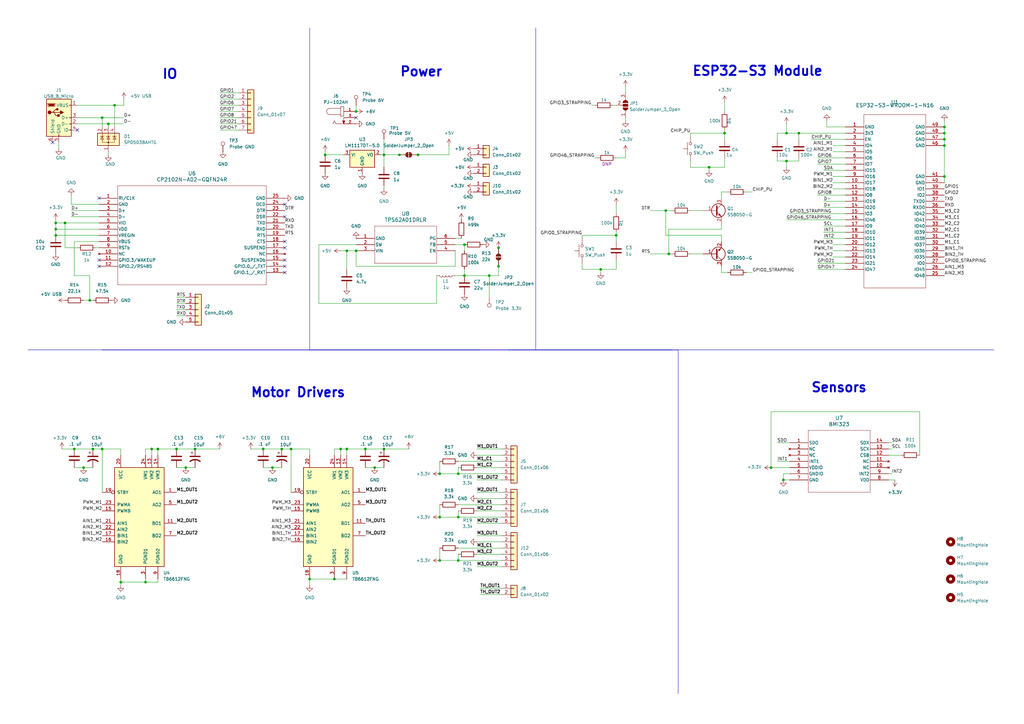
<source format=kicad_sch>
(kicad_sch (version 20231120) (generator "eeschema") (generator_version "8.0")
  (paper "A3")
  (title_block (title "Portable Plotter Robot Circuit Schematic") (date "2024-11-12") (rev "4") (company "ECE 445"))
  (junction (at 22.86 93.98))
  (junction (at 322.58 66.04))
  (junction (at 246.38 110.49))
  (junction (at 59.69 238.76))
  (junction (at 111.76 191.77))
  (junction (at 153.67 191.77))
  (junction (at 41.91 184.15))
  (junction (at 49.53 238.76))
  (junction (at 34.29 191.77))
  (junction (at 387.35 72.39))
  (junction (at 149.86 184.15))
  (junction (at 44.45 50.8))
  (junction (at 115.57 184.15))
  (junction (at 146.05 45.72))
  (junction (at 30.48 184.15))
  (junction (at 142.24 184.15))
  (junction (at 187.96 194.31))
  (junction (at 316.23 191.77))
  (junction (at 72.39 184.15))
  (junction (at 387.35 52.07))
  (junction (at 273.05 86.36))
  (junction (at 180.34 194.31))
  (junction (at 190.5 113.03))
  (junction (at 119.38 184.15))
  (junction (at 163.83 63.5))
  (junction (at 204.47 101.6))
  (junction (at 171.45 63.5))
  (junction (at 38.1 184.15))
  (junction (at 36.83 123.19))
  (junction (at 252.73 96.52))
  (junction (at 107.95 184.15))
  (junction (at 327.66 54.61))
  (junction (at 46.99 43.18))
  (junction (at 133.35 63.5))
  (junction (at 180.34 229.87))
  (junction (at 321.31 196.85))
  (junction (at 187.96 212.09))
  (junction (at 22.86 91.44))
  (junction (at 41.91 48.26))
  (junction (at 204.47 109.22))
  (junction (at 139.7 184.15))
  (junction (at 387.35 54.61))
  (junction (at 187.96 229.87))
  (junction (at 190.5 100.33))
  (junction (at 62.23 184.15))
  (junction (at 26.67 91.44))
  (junction (at 322.58 54.61))
  (junction (at 142.24 102.87))
  (junction (at 137.16 237.49))
  (junction (at 387.35 59.69))
  (junction (at 274.32 104.14))
  (junction (at 297.18 54.61))
  (junction (at 80.01 184.15))
  (junction (at 180.34 212.09))
  (junction (at 127 237.49))
  (junction (at 157.48 63.5))
  (junction (at 64.77 184.15))
  (junction (at 157.48 184.15))
  (junction (at 146.05 102.87))
  (junction (at 200.66 113.03))
  (junction (at 290.83 68.58))
  (junction (at 76.2 191.77))
  (junction (at 387.35 57.15))
  (junction (at 22.86 96.52))
  (no_connect (at 146.05 48.26))
  (no_connect (at 40.64 109.22))
  (no_connect (at 116.84 109.22))
  (no_connect (at 31.75 53.34))
  (no_connect (at 116.84 111.76))
  (no_connect (at 40.64 106.68))
  (no_connect (at 116.84 83.82))
  (no_connect (at 40.64 81.28))
  (no_connect (at 116.84 99.06))
  (no_connect (at 116.84 88.9))
  (no_connect (at 21.59 58.42))
  (no_connect (at 116.84 101.6))
  (no_connect (at 116.84 106.68))
  (wire (pts (xy 195.58 214.63) (xy 205.74 214.63)))
  (wire (pts (xy 204.47 113.03) (xy 204.47 109.22)))
  (wire (pts (xy 318.77 54.61) (xy 322.58 54.61)))
  (wire (pts (xy 90.17 53.34) (xy 97.79 53.34)))
  (wire (pts (xy 111.76 191.77) (xy 115.57 191.77)))
  (wire (pts (xy 190.5 113.03) (xy 186.69 113.03)))
  (wire (pts (xy 90.17 50.8) (xy 97.79 50.8)))
  (wire (pts (xy 295.91 111.76) (xy 298.45 111.76)))
  (wire (pts (xy 49.53 238.76) (xy 59.69 238.76)))
  (wire (pts (xy 107.95 191.77) (xy 111.76 191.77)))
  (wire (pts (xy 146.05 100.33) (xy 130.81 100.33)))
  (wire (pts (xy 295.91 99.06) (xy 295.91 96.52)))
  (wire (pts (xy 306.07 78.74) (xy 308.61 78.74)))
  (wire (pts (xy 316.23 168.91) (xy 377.19 168.91)))
  (wire (pts (xy 346.71 52.07) (xy 339.09 52.07)))
  (wire (pts (xy 337.82 82.55) (xy 346.71 82.55)))
  (wire (pts (xy 346.71 102.87) (xy 341.63 102.87)))
  (wire (pts (xy 364.49 181.61) (xy 365.76 181.61)))
  (wire (pts (xy 337.82 85.09) (xy 346.71 85.09)))
  (wire (pts (xy 332.74 57.15) (xy 346.71 57.15)))
  (wire (pts (xy 190.5 110.49) (xy 190.5 113.03)))
  (wire (pts (xy 323.85 194.31) (xy 321.31 194.31)))
  (wire (pts (xy 335.28 64.77) (xy 346.71 64.77)))
  (wire (pts (xy 273.05 96.52) (xy 273.05 86.36)))
  (wire (pts (xy 321.31 194.31) (xy 321.31 196.85)))
  (wire (pts (xy 186.69 100.33) (xy 190.5 100.33)))
  (wire (pts (xy 22.86 91.44) (xy 26.67 91.44)))
  (wire (pts (xy 335.28 107.95) (xy 346.71 107.95)))
  (wire (pts (xy 31.75 50.8) (xy 44.45 50.8)))
  (wire (pts (xy 142.24 184.15) (xy 142.24 186.69)))
  (wire (pts (xy 139.7 184.15) (xy 139.7 186.69)))
  (wire (pts (xy 72.39 184.15) (xy 80.01 184.15)))
  (wire (pts (xy 327.66 54.61) (xy 327.66 57.15)))
  (wire (pts (xy 119.38 184.15) (xy 127 184.15)))
  (wire (pts (xy 387.35 52.07) (xy 387.35 54.61)))
  (wire (pts (xy 346.71 62.23) (xy 341.63 62.23)))
  (wire (pts (xy 297.18 41.91) (xy 297.18 45.72)))
  (wire (pts (xy 306.07 111.76) (xy 308.61 111.76)))
  (wire (pts (xy 64.77 238.76) (xy 64.77 237.49)))
  (wire (pts (xy 387.35 57.15) (xy 387.35 59.69)))
  (wire (pts (xy 26.67 91.44) (xy 40.64 91.44)))
  (wire (pts (xy 46.99 43.18) (xy 46.99 52.07)))
  (wire (pts (xy 298.45 78.74) (xy 295.91 78.74)))
  (wire (pts (xy 127 237.49) (xy 137.16 237.49)))
  (wire (pts (xy 157.48 63.5) (xy 157.48 68.58)))
  (wire (pts (xy 283.21 104.14) (xy 288.29 104.14)))
  (wire (pts (xy 337.82 97.79) (xy 346.71 97.79)))
  (wire (pts (xy 72.39 127) (xy 76.2 127)))
  (wire (pts (xy 62.23 184.15) (xy 64.77 184.15)))
  (wire (pts (xy 387.35 54.61) (xy 387.35 57.15)))
  (wire (pts (xy 59.69 238.76) (xy 64.77 238.76)))
  (wire (pts (xy 62.23 184.15) (xy 62.23 186.69)))
  (wire (pts (xy 256.54 48.26) (xy 256.54 49.53)))
  (wire (pts (xy 256.54 35.56) (xy 256.54 38.1)))
  (wire (pts (xy 22.86 91.44) (xy 22.86 93.98)))
  (wire (pts (xy 256.54 62.23) (xy 256.54 64.77)))
  (polyline (pts (xy 41.91 143.51) (xy 196.85 143.51)))
  (wire (pts (xy 195.58 201.93) (xy 205.74 201.93)))
  (wire (pts (xy 242.57 43.18) (xy 243.84 43.18)))
  (wire (pts (xy 90.17 45.72) (xy 97.79 45.72)))
  (wire (pts (xy 130.81 100.33) (xy 130.81 124.46)))
  (wire (pts (xy 387.35 72.39) (xy 387.35 74.93)))
  (wire (pts (xy 346.71 74.93) (xy 341.63 74.93)))
  (wire (pts (xy 364.49 184.15) (xy 365.76 184.15)))
  (wire (pts (xy 90.17 38.1) (xy 97.79 38.1)))
  (wire (pts (xy 49.53 237.49) (xy 49.53 238.76)))
  (wire (pts (xy 297.18 54.61) (xy 297.18 57.15)))
  (wire (pts (xy 34.29 123.19) (xy 36.83 123.19)))
  (wire (pts (xy 26.67 101.6) (xy 31.75 101.6)))
  (wire (pts (xy 22.86 93.98) (xy 40.64 93.98)))
  (wire (pts (xy 266.7 104.14) (xy 274.32 104.14)))
  (wire (pts (xy 337.82 92.71) (xy 346.71 92.71)))
  (wire (pts (xy 44.45 62.23) (xy 44.45 63.5)))
  (wire (pts (xy 41.91 48.26) (xy 41.91 52.07)))
  (wire (pts (xy 195.58 219.71) (xy 205.74 219.71)))
  (wire (pts (xy 195.58 204.47) (xy 205.74 204.47)))
  (wire (pts (xy 31.75 48.26) (xy 41.91 48.26)))
  (wire (pts (xy 187.96 209.55) (xy 187.96 212.09)))
  (wire (pts (xy 187.96 229.87) (xy 205.74 229.87)))
  (wire (pts (xy 243.84 64.77) (xy 245.11 64.77)))
  (wire (pts (xy 187.96 224.79) (xy 205.74 224.79)))
  (wire (pts (xy 327.66 54.61) (xy 346.71 54.61)))
  (wire (pts (xy 297.18 68.58) (xy 290.83 68.58)))
  (wire (pts (xy 72.39 124.46) (xy 76.2 124.46)))
  (wire (pts (xy 335.28 80.01) (xy 346.71 80.01)))
  (wire (pts (xy 186.69 109.22) (xy 186.69 102.87)))
  (wire (pts (xy 195.58 222.25) (xy 205.74 222.25)))
  (wire (pts (xy 171.45 63.5) (xy 184.15 63.5)))
  (wire (pts (xy 364.49 196.85) (xy 367.03 196.85)))
  (wire (pts (xy 346.71 100.33) (xy 341.63 100.33)))
  (wire (pts (xy 36.83 123.19) (xy 38.1 123.19)))
  (wire (pts (xy 72.39 129.54) (xy 76.2 129.54)))
  (wire (pts (xy 59.69 184.15) (xy 62.23 184.15)))
  (wire (pts (xy 187.96 194.31) (xy 205.74 194.31)))
  (wire (pts (xy 283.21 68.58) (xy 290.83 68.58)))
  (wire (pts (xy 364.49 194.31) (xy 365.76 194.31)))
  (wire (pts (xy 130.81 124.46) (xy 179.07 124.46)))
  (wire (pts (xy 322.58 90.17) (xy 346.71 90.17)))
  (wire (pts (xy 29.21 80.01) (xy 29.21 83.82)))
  (wire (pts (xy 190.5 100.33) (xy 190.5 102.87)))
  (wire (pts (xy 72.39 121.92) (xy 76.2 121.92)))
  (wire (pts (xy 238.76 97.79) (xy 238.76 96.52)))
  (wire (pts (xy 38.1 184.15) (xy 41.91 184.15)))
  (wire (pts (xy 22.86 90.17) (xy 22.86 91.44)))
  (wire (pts (xy 283.21 55.88) (xy 283.21 54.61)))
  (wire (pts (xy 156.21 63.5) (xy 157.48 63.5)))
  (wire (pts (xy 252.73 64.77) (xy 256.54 64.77)))
  (wire (pts (xy 273.05 86.36) (xy 275.59 86.36)))
  (wire (pts (xy 180.34 229.87) (xy 187.96 229.87)))
  (wire (pts (xy 29.21 86.36) (xy 40.64 86.36)))
  (wire (pts (xy 283.21 66.04) (xy 283.21 68.58)))
  (wire (pts (xy 107.95 184.15) (xy 115.57 184.15)))
  (wire (pts (xy 59.69 184.15) (xy 59.69 186.69)))
  (wire (pts (xy 180.34 189.23) (xy 180.34 194.31)))
  (wire (pts (xy 115.57 184.15) (xy 119.38 184.15)))
  (wire (pts (xy 44.45 50.8) (xy 50.8 50.8)))
  (wire (pts (xy 80.01 184.15) (xy 90.17 184.15)))
  (wire (pts (xy 157.48 63.5) (xy 163.83 63.5)))
  (wire (pts (xy 30.48 191.77) (xy 34.29 191.77)))
  (wire (pts (xy 335.28 67.31) (xy 346.71 67.31)))
  (wire (pts (xy 49.53 238.76) (xy 49.53 240.03)))
  (wire (pts (xy 195.58 191.77) (xy 205.74 191.77)))
  (wire (pts (xy 195.58 196.85) (xy 205.74 196.85)))
  (wire (pts (xy 29.21 88.9) (xy 40.64 88.9)))
  (wire (pts (xy 180.34 212.09) (xy 187.96 212.09)))
  (wire (pts (xy 339.09 52.07) (xy 339.09 49.53)))
  (wire (pts (xy 252.73 95.25) (xy 252.73 96.52)))
  (wire (pts (xy 283.21 86.36) (xy 288.29 86.36)))
  (wire (pts (xy 322.58 50.8) (xy 322.58 54.61)))
  (wire (pts (xy 187.96 207.01) (xy 205.74 207.01)))
  (wire (pts (xy 137.16 237.49) (xy 142.24 237.49)))
  (wire (pts (xy 149.86 191.77) (xy 153.67 191.77)))
  (wire (pts (xy 186.69 97.79) (xy 189.23 97.79)))
  (wire (pts (xy 238.76 96.52) (xy 252.73 96.52)))
  (polyline (pts (xy 278.13 143.51) (xy 208.28 143.51)))
  (wire (pts (xy 346.71 72.39) (xy 341.63 72.39)))
  (wire (pts (xy 195.58 232.41) (xy 205.74 232.41)))
  (polyline (pts (xy 278.13 143.51) (xy 278.13 284.48)))
  (polyline (pts (xy 127 11.43) (xy 127 143.51)))
  (polyline (pts (xy 219.71 11.43) (xy 219.71 143.51)))
  (wire (pts (xy 318.77 181.61) (xy 323.85 181.61)))
  (wire (pts (xy 377.19 168.91) (xy 377.19 186.69)))
  (wire (pts (xy 266.7 86.36) (xy 273.05 86.36)))
  (wire (pts (xy 295.91 78.74) (xy 295.91 81.28)))
  (wire (pts (xy 26.67 101.6) (xy 26.67 91.44)))
  (wire (pts (xy 274.32 104.14) (xy 275.59 104.14)))
  (wire (pts (xy 137.16 184.15) (xy 139.7 184.15)))
  (wire (pts (xy 316.23 191.77) (xy 316.23 168.91)))
  (wire (pts (xy 200.66 113.03) (xy 204.47 113.03)))
  (wire (pts (xy 195.58 209.55) (xy 205.74 209.55)))
  (wire (pts (xy 90.17 40.64) (xy 97.79 40.64)))
  (wire (pts (xy 76.2 191.77) (xy 80.01 191.77)))
  (wire (pts (xy 238.76 110.49) (xy 246.38 110.49)))
  (wire (pts (xy 30.48 113.03) (xy 30.48 99.06)))
  (wire (pts (xy 346.71 77.47) (xy 341.63 77.47)))
  (wire (pts (xy 295.91 93.98) (xy 274.32 93.98)))
  (wire (pts (xy 252.73 83.82) (xy 252.73 87.63)))
  (wire (pts (xy 30.48 184.15) (xy 38.1 184.15)))
  (wire (pts (xy 187.96 191.77) (xy 187.96 194.31)))
  (wire (pts (xy 22.86 93.98) (xy 22.86 96.52)))
  (polyline (pts (xy 127 143.51) (xy 275.59 143.51)))
  (wire (pts (xy 187.96 212.09) (xy 205.74 212.09)))
  (wire (pts (xy 297.18 53.34) (xy 297.18 54.61)))
  (wire (pts (xy 49.53 184.15) (xy 49.53 186.69)))
  (wire (pts (xy 252.73 106.68) (xy 252.73 110.49)))
  (wire (pts (xy 149.86 184.15) (xy 157.48 184.15)))
  (wire (pts (xy 322.58 66.04) (xy 327.66 66.04)))
  (wire (pts (xy 142.24 102.87) (xy 146.05 102.87)))
  (wire (pts (xy 39.37 101.6) (xy 40.64 101.6)))
  (wire (pts (xy 180.34 224.79) (xy 180.34 229.87)))
  (wire (pts (xy 180.34 207.01) (xy 180.34 212.09)))
  (wire (pts (xy 41.91 48.26) (xy 50.8 48.26)))
  (wire (pts (xy 36.83 113.03) (xy 36.83 123.19)))
  (wire (pts (xy 346.71 59.69) (xy 341.63 59.69)))
  (wire (pts (xy 50.8 40.64) (xy 50.8 43.18)))
  (wire (pts (xy 187.96 189.23) (xy 205.74 189.23)))
  (wire (pts (xy 200.66 113.03) (xy 200.66 121.92)))
  (wire (pts (xy 323.85 191.77) (xy 316.23 191.77)))
  (wire (pts (xy 337.82 95.25) (xy 346.71 95.25)))
  (wire (pts (xy 146.05 43.18) (xy 146.05 45.72)))
  (wire (pts (xy 252.73 96.52) (xy 252.73 99.06)))
  (wire (pts (xy 290.83 68.58) (xy 290.83 69.85)))
  (wire (pts (xy 139.7 184.15) (xy 142.24 184.15)))
  (wire (pts (xy 133.35 62.23) (xy 133.35 63.5)))
  (wire (pts (xy 153.67 191.77) (xy 157.48 191.77)))
  (wire (pts (xy 195.58 184.15) (xy 205.74 184.15)))
  (wire (pts (xy 295.91 91.44) (xy 295.91 93.98)))
  (wire (pts (xy 251.46 43.18) (xy 252.73 43.18)))
  (wire (pts (xy 90.17 43.18) (xy 97.79 43.18)))
  (wire (pts (xy 252.73 110.49) (xy 246.38 110.49)))
  (wire (pts (xy 59.69 237.49) (xy 59.69 238.76)))
  (wire (pts (xy 238.76 107.95) (xy 238.76 110.49)))
  (wire (pts (xy 318.77 189.23) (xy 323.85 189.23)))
  (wire (pts (xy 64.77 184.15) (xy 72.39 184.15)))
  (wire (pts (xy 283.21 54.61) (xy 297.18 54.61)))
  (wire (pts (xy 180.34 194.31) (xy 187.96 194.31)))
  (wire (pts (xy 327.66 64.77) (xy 327.66 66.04)))
  (wire (pts (xy 322.58 54.61) (xy 327.66 54.61)))
  (wire (pts (xy 119.38 184.15) (xy 119.38 201.93)))
  (wire (pts (xy 184.15 59.69) (xy 184.15 63.5)))
  (wire (pts (xy 24.13 58.42) (xy 24.13 60.96)))
  (wire (pts (xy 295.91 96.52) (xy 273.05 96.52)))
  (wire (pts (xy 187.96 227.33) (xy 187.96 229.87)))
  (wire (pts (xy 318.77 66.04) (xy 322.58 66.04)))
  (wire (pts (xy 364.49 186.69) (xy 369.57 186.69)))
  (wire (pts (xy 64.77 184.15) (xy 64.77 186.69)))
  (wire (pts (xy 387.35 59.69) (xy 387.35 72.39)))
  (wire (pts (xy 30.48 113.03) (xy 36.83 113.03)))
  (wire (pts (xy 142.24 102.87) (xy 142.24 110.49)))
  (wire (pts (xy 44.45 50.8) (xy 44.45 52.07)))
  (wire (pts (xy 295.91 109.22) (xy 295.91 111.76)))
  (wire (pts (xy 41.91 184.15) (xy 41.91 201.93)))
  (wire (pts (xy 137.16 184.15) (xy 137.16 186.69)))
  (wire (pts (xy 196.85 241.3) (xy 205.74 241.3)))
  (wire (pts (xy 72.39 191.77) (xy 76.2 191.77)))
  (wire (pts (xy 321.31 196.85) (xy 323.85 196.85)))
  (wire (pts (xy 246.38 110.49) (xy 246.38 111.76)))
  (wire (pts (xy 387.35 49.53) (xy 387.35 52.07)))
  (wire (pts (xy 179.07 124.46) (xy 179.07 113.03)))
  (wire (pts (xy 274.32 93.98) (xy 274.32 104.14)))
  (wire (pts (xy 127 184.15) (xy 127 186.69)))
  (wire (pts (xy 163.83 63.5) (xy 171.45 63.5)))
  (wire (pts (xy 133.35 63.5) (xy 140.97 63.5)))
  (wire (pts (xy 142.24 184.15) (xy 149.86 184.15)))
  (wire (pts (xy 22.86 96.52) (xy 40.64 96.52)))
  (wire (pts (xy 322.58 66.04) (xy 322.58 68.58)))
  (wire (pts (xy 195.58 227.33) (xy 205.74 227.33)))
  (wire (pts (xy 25.4 184.15) (xy 30.48 184.15)))
  (wire (pts (xy 346.71 105.41) (xy 341.63 105.41)))
  (wire (pts (xy 30.48 99.06) (xy 40.64 99.06)))
  (wire (pts (xy 157.48 76.2) (xy 157.48 77.47)))
  (wire (pts (xy 29.21 83.82) (xy 40.64 83.82)))
  (wire (pts (xy 146.05 109.22) (xy 186.69 109.22)))
  (wire (pts (xy 190.5 113.03) (xy 200.66 113.03)))
  (wire (pts (xy 318.77 64.77) (xy 318.77 66.04)))
  (wire (pts (xy 31.75 43.18) (xy 46.99 43.18)))
  (wire (pts (xy 323.85 87.63) (xy 346.71 87.63)))
  (wire (pts (xy 204.47 101.6) (xy 204.47 109.22)))
  (wire (pts (xy 335.28 110.49) (xy 346.71 110.49)))
  (wire (pts (xy 146.05 102.87) (xy 146.05 109.22)))
  (wire (pts (xy 139.7 102.87) (xy 142.24 102.87)))
  (wire (pts (xy 34.29 191.77) (xy 38.1 191.77)))
  (wire (pts (xy 127 237.49) (xy 127 240.03)))
  (wire (pts (xy 195.58 186.69) (xy 205.74 186.69)))
  (wire (pts (xy 46.99 43.18) (xy 50.8 43.18)))
  (wire (pts (xy 41.91 184.15) (xy 49.53 184.15)))
  (polyline (pts (xy 11.43 143.51) (xy 407.67 143.51)))
  (wire (pts (xy 157.48 184.15) (xy 167.64 184.15)))
  (wire (pts (xy 337.82 69.85) (xy 346.71 69.85)))
  (wire (pts (xy 90.17 48.26) (xy 97.79 48.26)))
  (wire (pts (xy 318.77 57.15) (xy 318.77 54.61)))
  (wire (pts (xy 297.18 64.77) (xy 297.18 68.58)))
  (wire (pts (xy 157.48 57.15) (xy 157.48 63.5)))
  (wire (pts (xy 102.87 184.15) (xy 107.95 184.15)))
  (wire (pts (xy 196.85 243.84) (xy 205.74 243.84)))
  (text "Power" (at 163.83 31.75 0) (effects (font (size 3.81 3.81) (thickness 0.762) (bold yes)) (justify left bottom)))
  (text "IO" (at 66.294 32.766 0) (effects (font (size 3.81 3.81) (thickness 0.762) (bold yes)) (justify left bottom)))
  (text "Sensors" (at 332.486 161.29 0) (effects (font (size 3.81 3.81) (thickness 0.762) (bold yes)) (justify left bottom)))
  (text "Motor Drivers\n" (at 102.616 163.322 0) (effects (font (size 3.81 3.81) (thickness 0.762) (bold yes)) (justify left bottom)))
  (text "ESP32-S3 Module" (at 283.718 31.496 0) (effects (font (size 3.81 3.81) (thickness 0.762) (bold yes)) (justify left bottom)))
  (label "M2_OUT1" (at 195.58 201.93 0) (effects (font (bold yes))))
  (label "INT1" (at 337.82 95.25 0))
  (label "GPIO7" (at 335.28 67.31 0))
  (label "M2_OUT2" (at 72.39 219.71 0) (effects (font (bold yes))))
  (label "DTR" (at 266.7 86.36 180))
  (label "RTS" (at 266.7 104.14 180))
  (label "GPIO46_STRAPPING" (at 322.58 90.17 0))
  (label "GPIO1" (at 90.17 38.1 0))
  (label "CHIP_PU" (at 308.61 78.74 0))
  (label "SCL" (at 365.76 184.15 0))
  (label "TH_OUT1" (at 149.86 214.63 0) (effects (font (bold yes))))
  (label "GPIO21" (at 90.17 50.8 0))
  (label "PWM_M3" (at 341.63 100.33 180))
  (label "BIN1_TH" (at 387.35 102.87 0))
  (label "GPIO6" (at 90.17 43.18 0))
  (label "M1_OUT2" (at 72.39 207.01 0) (effects (font (bold yes))))
  (label "PWM_M3" (at 119.38 207.01 180))
  (label "D-" (at 337.82 82.55 0))
  (label "GPIO7" (at 90.17 45.72 0))
  (label "M3_C1" (at 387.35 90.17 0) (effects (font (thickness 0.1588))))
  (label "GPIO2" (at 90.17 40.64 0))
  (label "RXD" (at 72.39 129.54 0))
  (label "DTR" (at 116.84 86.36 0))
  (label "D+" (at 50.8 48.26 0))
  (label "AIN1_M1" (at 341.63 59.69 180))
  (label "BIN1_M2" (at 41.91 219.71 180))
  (label "TXD" (at 387.35 82.55 0))
  (label "D+" (at 29.21 86.36 0))
  (label "GPIO47" (at 90.17 53.34 0))
  (label "GPIO3_STRAPPING" (at 242.57 43.18 180))
  (label "BIN2_M2" (at 41.91 222.25 180))
  (label "RTS" (at 116.84 96.52 0))
  (label "D-" (at 50.8 50.8 0))
  (label "M1_C1" (at 387.35 100.33 0) (effects (font (thickness 0.1588))))
  (label "CHIP_PU" (at 283.21 54.61 180))
  (label "M3_C2" (at 387.35 87.63 0) (effects (font (thickness 0.1588))))
  (label "TXD" (at 72.39 127 0))
  (label "RXD" (at 387.35 85.09 0))
  (label "GPIO46_STRAPPING" (at 243.84 64.77 180))
  (label "GPIO21" (at 335.28 107.95 0))
  (label "M2_C1" (at 195.58 207.01 0) (effects (font (bold yes))))
  (label "AIN1_M3" (at 119.38 214.63 180))
  (label "GPIO1" (at 387.35 77.47 0))
  (label "SDO" (at 318.77 181.61 0))
  (label "GPIO0_STRAPPING" (at 387.35 107.95 0))
  (label "M2_OUT2" (at 195.58 214.63 0) (effects (font (bold yes))))
  (label "PWM_M1" (at 41.91 207.01 180))
  (label "BIN2_M2" (at 341.63 77.47 180))
  (label "AIN1_M1" (at 41.91 214.63 180))
  (label "M3_OUT2" (at 195.58 232.41 0) (effects (font (bold yes))))
  (label "BIN1_TH" (at 119.38 219.71 180))
  (label "M3_OUT2" (at 149.86 207.01 0) (effects (font (bold yes))))
  (label "GPIO3_STRAPPING" (at 323.85 87.63 0))
  (label "AIN1_M3" (at 387.35 110.49 0))
  (label "M2_C1" (at 387.35 95.25 0) (effects (font (thickness 0.1588))))
  (label "TXD" (at 116.84 93.98 0))
  (label "M2_C2" (at 387.35 92.71 0) (effects (font (thickness 0.1588))))
  (label "INT1" (at 318.77 189.23 0))
  (label "PWM_TH" (at 119.38 209.55 180))
  (label "BIN1_M2" (at 341.63 74.93 180))
  (label "BIN2_TH" (at 387.35 105.41 0))
  (label "AIN2_M3" (at 387.35 113.03 0))
  (label "M3_OUT1" (at 149.86 201.93 0) (effects (font (bold yes))))
  (label "M1_C2" (at 387.35 97.79 0) (effects (font (thickness 0.1588))))
  (label "M1_OUT1" (at 195.58 184.15 0) (effects (font (bold yes))))
  (label "TH_OUT2" (at 196.85 243.84 0) (effects (font (bold yes))))
  (label "AIN2_M1" (at 41.91 217.17 180))
  (label "GPIO6" (at 335.28 64.77 0))
  (label "SCL" (at 337.82 92.71 0))
  (label "GPIO47" (at 335.28 110.49 0))
  (label "TH_OUT2" (at 149.86 219.71 0) (effects (font (bold yes))))
  (label "PWM_M1" (at 341.63 72.39 180))
  (label "M3_OUT1" (at 195.58 219.71 0) (effects (font (bold yes))))
  (label "M3_C1" (at 195.58 224.79 0) (effects (font (bold yes))))
  (label "GPIO8" (at 90.17 48.26 0))
  (label "SDA" (at 337.82 69.85 0))
  (label "M1_C1" (at 195.58 189.23 0) (effects (font (bold yes))))
  (label "AIN2_M3" (at 119.38 217.17 180))
  (label "GPIO2" (at 387.35 80.01 0))
  (label "GPIO0_STRAPPING" (at 308.61 111.76 0))
  (label "D-" (at 29.21 88.9 0))
  (label "AIN2_M1" (at 341.63 62.23 180))
  (label "SDA" (at 365.76 181.61 0))
  (label "D+" (at 337.82 85.09 0))
  (label "BIN2_TH" (at 119.38 222.25 180))
  (label "M3_C2" (at 195.58 227.33 0) (effects (font (bold yes))))
  (label "GPIO0_STRAPPING" (at 238.76 96.52 180))
  (label "DTR" (at 72.39 124.46 0))
  (label "RXD" (at 116.84 91.44 0))
  (label "M2_OUT1" (at 72.39 214.63 0) (effects (font (bold yes))))
  (label "M2_C2" (at 195.58 209.55 0) (effects (font (bold yes))))
  (label "M1_OUT2" (at 195.58 196.85 0) (effects (font (bold yes))))
  (label "TH_OUT1" (at 196.85 241.3 0) (effects (font (bold yes))))
  (label "INT2" (at 337.82 97.79 0))
  (label "INT2" (at 365.76 194.31 0))
  (label "GPIO8" (at 335.28 80.01 0))
  (label "PWM_TH" (at 341.63 102.87 180))
  (label "M1_C2" (at 195.58 191.77 0) (effects (font (bold yes))))
  (label "PWM_M2" (at 41.91 209.55 180))
  (label "RTS" (at 72.39 121.92 0))
  (label "M1_OUT1" (at 72.39 201.93 0) (effects (font (bold yes))))
  (label "CHIP_PU" (at 332.74 57.15 0))
  (label "PWM_M2" (at 341.63 105.41 180))
  (symbol (lib_name "GND_1") (lib_id "power:GND") (at 133.35 71.12 0) (unit 1)
    (property "Reference" "#PWR020" (effects (hide yes)))
    (property "Value" "GND" (at 133.35 76.2 0))
    (property "Description" "Power symbol creates a global label with name \"GND\" , ground" (effects (hide yes)))
  )
  (symbol (lib_id "basic:R") (at 279.4 86.36 90) (unit 1)
    (property "Reference" "R5" (effects (hide yes)))
    (property "Value" "10k" (at 279.4 84.1812 90))
    (property "Footprint" "Resistor_SMD:R_0805_2012Metric_Pad1.20x1.40mm_HandSolder" (effects (hide yes)))
  )
  (symbol (lib_id "Device:R") (at 191.77 209.55 90) (unit 1)
    (property "Reference" "R19" (at 191.77 213.36 90))
    (property "Value" "3.3k" (at 191.77 215.9 90))
    (property "Footprint" "Resistor_SMD:R_0805_2012Metric_Pad1.20x1.40mm_HandSolder" (effects (hide yes)))
    (property "Description" "Resistor" (effects (hide yes)))
  )
  (symbol (lib_id "Device:R") (at 191.77 227.33 90) (unit 1)
    (property "Reference" "R21" (at 191.77 231.14 90))
    (property "Value" "3.3k" (at 191.77 233.68 90))
    (property "Footprint" "Resistor_SMD:R_0805_2012Metric_Pad1.20x1.40mm_HandSolder" (effects (hide yes)))
    (property "Description" "Resistor" (effects (hide yes)))
  )
  (symbol (lib_id "basic:C") (at 297.18 60.96 0) (unit 1)
    (property "Reference" "C4" (at 300.101 61.3938 0) (effects (justify left)))
    (property "Value" "1u" (at 297.815 63.5 0) (effects (justify left)))
    (property "Footprint" "Capacitor_SMD:C_0805_2012Metric_Pad1.18x1.45mm_HandSolder" (effects (hide yes)))
  )
  (symbol (lib_id "Connector_Generic:Conn_01x06") (at 210.82 189.23 0) (unit 1)
    (property "Reference" "J5" (at 213.36 189.2299 0) (effects (justify left)))
    (property "Value" "Conn_01x06" (at 213.36 191.7699 0) (effects (justify left)))
    (property "Footprint" "Connector_Molex:Molex_SL_171971-0006_1x06_P2.54mm_Vertical" (effects (hide yes)))
    (property "Description" "Generic connector, single row, 01x06, script generated (kicad-library-utils/schlib/autogen/connector/)" (effects (hide yes)))
  )
  (symbol (lib_id "basic:R") (at 248.92 64.77 90) (unit 1)
    (property "Reference" "R3" (effects (hide yes)))
    (property "Value" "1k" (at 248.92 62.5912 90))
    (property "Footprint" "Resistor_SMD:R_0805_2012Metric_Pad1.20x1.40mm_HandSolder" (effects (hide yes)))
    (property "Note" "DNP" (at 248.92 67.31 90))
  )
  (symbol (lib_id "Driver_Motor:TB6612FNG") (at 134.62 212.09 0) (unit 1)
    (property "Reference" "U5" (at 144.4341 234.95 0) (effects (justify left)))
    (property "Value" "TB6612FNG" (at 144.4341 237.49 0) (effects (justify left)))
    (property "Footprint" "Package_SO:SSOP-24_5.3x8.2mm_P0.65mm" (effects (hide yes)))
    (property "Datasheet" "https://toshiba.semicon-storage.com/us/product/linear/motordriver/detail.TB6612FNG.html" (effects (hide yes)))
    (property "Description" "Driver IC for Dual DC motor, SSOP-24" (effects (hide yes)))
  )
  (symbol (lib_id "Device:C") (at 157.48 72.39 0) (unit 1)
    (property "Reference" "C8" (at 161.29 71.1199 0) (effects (justify left)))
    (property "Value" "1u" (at 161.29 73.6599 0) (effects (justify left)))
    (property "Footprint" "Capacitor_SMD:C_0805_2012Metric_Pad1.18x1.45mm_HandSolder" (effects (hide yes)))
    (property "Description" "Unpolarized capacitor" (effects (hide yes)))
  )
  (symbol (lib_id "power:+3V3") (at 180.34 194.31 90) (unit 1)
    (property "Reference" "#PWR048" (effects (hide yes)))
    (property "Value" "+3.3V" (at 176.53 194.3099 90) (effects (justify left)))
  )
  (symbol (lib_name "GND_2") (lib_id "power:GND") (at 34.29 191.77 0) (unit 1)
    (property "Reference" "#PWR051" (effects (hide yes)))
    (property "Value" "GND" (at 34.29 196.85 0))
    (property "Description" "Power symbol creates a global label with name \"GND\" , ground" (effects (hide yes)))
  )
  (symbol (lib_id "basic:R") (at 247.65 43.18 90) (unit 1)
    (property "Reference" "R2" (effects (hide yes)))
    (property "Value" "1k" (at 247.65 41.0012 90))
    (property "Footprint" "Resistor_SMD:R_0805_2012Metric_Pad1.20x1.40mm_HandSolder" (effects (hide yes)))
  )
  (symbol (lib_id "basic:C") (at 252.73 102.87 0) (unit 1)
    (property "Reference" "C3" (at 256.54 101.5999 0) (effects (justify left)))
    (property "Value" "1u" (at 256.54 104.1399 0) (effects (justify left)))
    (property "Footprint" "Capacitor_SMD:C_0805_2012Metric_Pad1.18x1.45mm_HandSolder" (effects (hide yes)))
  )
  (symbol (lib_id "Connector:TestPoint") (at 91.44 62.23 0) (unit 1)
    (property "Reference" "TP3" (at 93.98 57.6579 0) (effects (justify left)))
    (property "Value" "Probe GND" (at 93.98 60.1979 0) (effects (justify left)))
    (property "Footprint" "TestPoint:TestPoint_Plated_Hole_D2.0mm" (effects (hide yes)))
    (property "Description" "test point" (effects (hide yes)))
  )
  (symbol (lib_id "basic:R") (at 302.26 111.76 90) (unit 1)
    (property "Reference" "R8" (effects (hide yes)))
    (property "Value" "10k" (at 302.26 109.5812 90))
    (property "Footprint" "Resistor_SMD:R_0805_2012Metric_Pad1.20x1.40mm_HandSolder" (effects (hide yes)))
  )
  (symbol (lib_id "Device:R") (at 194.31 100.33 270) (unit 1)
    (property "Reference" "R13" (at 199.39 103.886 90))
    (property "Value" "22k" (at 199.39 106.426 90))
    (property "Footprint" "Resistor_SMD:R_0805_2012Metric_Pad1.20x1.40mm_HandSolder" (effects (hide yes)))
    (property "Description" "Resistor" (effects (hide yes)))
  )
  (symbol (lib_id "power:+3V3") (at 256.54 62.23 0) (unit 1)
    (property "Reference" "#PWR09" (effects (hide yes)))
    (property "Value" "+3.3V" (at 256.54 57.15 0))
  )
  (symbol (lib_id "Mechanical:MountingHole") (at 389.89 229.87 0) (unit 1) (exclude_from_sim yes) (in_bom no)
    (property "Reference" "H7" (at 392.43 228.5999 0) (effects (justify left)))
    (property "Value" "MountingHole" (at 392.43 231.1399 0) (effects (justify left)))
    (property "Footprint" "MountingHole:MountingHole_3.2mm_M3" (effects (hide yes)))
    (property "Description" "Mounting Hole without connection" (effects (hide yes)))
  )
  (symbol (lib_name "GND_1") (lib_id "power:GND") (at 194.31 71.12 270) (unit 1)
    (property "Reference" "#PWR055" (effects (hide yes)))
    (property "Value" "GND" (at 194.056 73.152 90) (effects (justify right)))
    (property "Description" "Power symbol creates a global label with name \"GND\" , ground" (effects (hide yes)))
  )
  (symbol (lib_id "power:+3V3") (at 256.54 35.56 0) (unit 1)
    (property "Reference" "#PWR07" (effects (hide yes)))
    (property "Value" "+3.3V" (at 256.54 30.48 0))
  )
  (symbol (lib_name "GND_8") (lib_id "power:GND") (at 91.44 62.23 0) (unit 1)
    (property "Reference" "#PWR053" (effects (hide yes)))
    (property "Value" "GND" (at 91.44 67.31 0))
    (property "Description" "Power symbol creates a global label with name \"GND\" , ground" (effects (hide yes)))
  )
  (symbol (lib_id "Connector_Generic:Conn_01x02") (at 210.82 241.3 0) (unit 1)
    (property "Reference" "J8" (at 213.36 241.2999 0) (effects (justify left)))
    (property "Value" "Conn_01x02" (at 213.36 243.8399 0) (effects (justify left)))
    (property "Footprint" "Connector_Molex:Molex_SL_171971-0002_1x02_P2.54mm_Vertical" (effects (hide yes)))
    (property "Description" "Generic connector, single row, 01x02, script generated (kicad-library-utils/schlib/autogen/connector/)" (effects (hide yes)))
  )
  (symbol (lib_id "basic:R") (at 279.4 104.14 90) (unit 1)
    (property "Reference" "R6" (effects (hide yes)))
    (property "Value" "10k" (at 279.4 101.9612 90))
    (property "Footprint" "Resistor_SMD:R_0805_2012Metric_Pad1.20x1.40mm_HandSolder" (effects (hide yes)))
  )
  (symbol (lib_id "PJ-102AH:PJ-102AH") (at 140.97 48.26 0) (unit 1)
    (property "Reference" "J6" (at 137.7343 39.37 0))
    (property "Value" "PJ-102AH" (at 137.7343 41.91 0))
    (property "Footprint" "PJ102:CUI_PJ-102AH" (effects (hide yes)))
    (property "STANDARD" "Manufacturer recommendations" (effects (hide yes)))
    (property "PART_REV" "1.02" (effects (hide yes)))
    (property "MANUFACTURER" "CUI INC" (effects (hide yes)))
  )
  (symbol (lib_name "GND_1") (lib_id "power:GND") (at 142.24 118.11 0) (unit 1)
    (property "Reference" "#PWR016" (effects (hide yes)))
    (property "Value" "GND" (at 142.24 123.19 0))
    (property "Description" "Power symbol creates a global label with name \"GND\" , ground" (effects (hide yes)))
  )
  (symbol (lib_name "+5V_1") (lib_id "power:+5V") (at 133.35 62.23 0) (unit 1)
    (property "Reference" "#PWR018" (effects (hide yes)))
    (property "Value" "+6V" (at 133.35 57.15 0))
    (property "Description" "Power symbol creates a global label with name \"+5V\"" (effects (hide yes)))
  )
  (symbol (lib_id "Device:C") (at 142.24 114.3 0) (unit 1)
    (property "Reference" "C5" (at 146.05 113.0299 0) (effects (justify left)))
    (property "Value" "4.7u" (at 146.05 115.5699 0) (effects (justify left)))
    (property "Footprint" "Capacitor_SMD:C_0805_2012Metric_Pad1.18x1.45mm_HandSolder" (effects (hide yes)))
    (property "Description" "Unpolarized capacitor" (effects (hide yes)))
  )
  (symbol (lib_name "+5V_2") (lib_id "power:+5V") (at 102.87 184.15 0) (unit 1)
    (property "Reference" "#PWR034" (effects (hide yes)))
    (property "Value" "+3.3V" (at 99.06 179.578 0) (effects (justify left)))
    (property "Description" "Power symbol creates a global label with name \"+5V\"" (effects (hide yes)))
  )
  (symbol (lib_id "Connector_Generic:Conn_01x02") (at 199.39 60.96 0) (unit 1)
    (property "Reference" "J4" (at 201.93 60.9599 0) (effects (justify left)))
    (property "Value" "Conn_01x02" (at 201.93 63.4999 0) (effects (justify left)))
    (property "Footprint" "Connector_Molex:Molex_SL_171971-0002_1x02_P2.54mm_Vertical" (effects (hide yes)))
    (property "Description" "Generic connector, single row, 01x02, script generated (kicad-library-utils/schlib/autogen/connector/)" (effects (hide yes)))
  )
  (symbol (lib_id "Device:R") (at 190.5 106.68 0) (unit 1)
    (property "Reference" "R10" (at 191.77 105.156 0) (effects (justify left)))
    (property "Value" "100k" (at 191.77 107.696 0) (effects (justify left)))
    (property "Footprint" "Resistor_SMD:R_0805_2012Metric_Pad1.20x1.40mm_HandSolder" (effects (hide yes)))
    (property "Description" "Resistor" (effects (hide yes)))
  )
  (symbol (lib_id "power:+3V3") (at 252.73 83.82 0) (unit 1)
    (property "Reference" "#PWR06" (effects (hide yes)))
    (property "Value" "+3.3V" (at 252.73 78.74 0))
  )
  (symbol (lib_name "GND_1") (lib_id "power:GND") (at 198.12 100.33 90) (unit 1)
    (property "Reference" "#PWR050" (effects (hide yes)))
    (property "Value" "GND" (at 198.374 98.298 90) (effects (justify right)))
    (property "Description" "Power symbol creates a global label with name \"GND\" , ground" (effects (hide yes)))
  )
  (symbol (lib_name "+5V_3") (lib_id "power:+5V") (at 189.23 90.17 0) (unit 1)
    (property "Reference" "#PWR026" (effects (hide yes)))
    (property "Value" "+5V" (at 189.23 85.09 0))
    (property "Description" "Power symbol creates a global label with name \"+5V\"" (effects (hide yes)))
  )
  (symbol (lib_name "+5V_1") (lib_id "power:+5V") (at 146.05 45.72 270) (unit 1)
    (property "Reference" "#PWR031" (effects (hide yes)))
    (property "Value" "+6V" (at 149.86 45.7199 90) (effects (justify left)))
    (property "Description" "Power symbol creates a global label with name \"+5V\"" (effects (hide yes)))
  )
  (symbol (lib_id "Device:R") (at 30.48 123.19 90) (unit 1)
    (property "Reference" "R14" (at 30.48 116.84 90))
    (property "Value" "22.1k" (at 30.48 119.38 90))
    (property "Footprint" "Resistor_SMD:R_0805_2012Metric_Pad1.20x1.40mm_HandSolder" (effects (hide yes)))
    (property "Description" "Resistor" (effects (hide yes)))
  )
  (symbol (lib_name "+5V_2") (lib_id "power:+5V") (at 139.7 102.87 90) (unit 1)
    (property "Reference" "#PWR015" (effects (hide yes)))
    (property "Value" "+5V" (at 135.89 102.8699 90) (effects (justify left)))
    (property "Description" "Power symbol creates a global label with name \"+5V\"" (effects (hide yes)))
  )
  (symbol (lib_name "+5V_4") (lib_id "power:+5V") (at 194.31 60.96 90) (unit 1)
    (property "Reference" "#PWR043" (effects (hide yes)))
    (property "Value" "+5V" (at 190.5 60.9599 90) (effects (justify left)))
    (property "Description" "Power symbol creates a global label with name \"+5V\"" (effects (hide yes)))
  )
  (symbol (lib_name "GND_1") (lib_id "power:GND") (at 194.31 78.74 270) (unit 1)
    (property "Reference" "#PWR058" (effects (hide yes)))
    (property "Value" "GND" (at 194.056 80.772 90) (effects (justify right)))
    (property "Description" "Power symbol creates a global label with name \"GND\" , ground" (effects (hide yes)))
  )
  (symbol (lib_id "power:GND") (at 339.09 49.53 180) (unit 1)
    (property "Reference" "#PWR01" (effects (hide yes)))
    (property "Value" "GND" (at 339.09 44.45 0))
  )
  (symbol (lib_id "Switch:SW_Push") (at 283.21 60.96 90) (unit 1)
    (property "Reference" "SW2" (at 284.353 60.1253 90) (effects (justify right)))
    (property "Value" "SW_Push" (at 284.353 62.6622 90) (effects (justify right)))
    (property "Footprint" "Button_Switch_SMD:SW_Push_1P1T_NO_6x6mm_H9.5mm" (effects (hide yes)))
    (property "Datasheet" "https://www.digikey.com/en/products/detail/omron-electronics-inc-emc-div/B3S-1000/20686" (effects (hide yes)))
  )
  (symbol (lib_id "power:+3V3") (at 316.23 191.77 90) (unit 1)
    (property "Reference" "#PWR022" (effects (hide yes)))
    (property "Value" "+3.3V" (at 309.372 191.516 90))
  )
  (symbol (lib_name "GND_2") (lib_id "power:GND") (at 49.53 240.03 0) (unit 1)
    (property "Reference" "#PWR024" (effects (hide yes)))
    (property "Value" "GND" (at 49.53 245.11 0))
    (property "Description" "Power symbol creates a global label with name \"GND\" , ground" (effects (hide yes)))
  )
  (symbol (lib_id "power:GND") (at 44.45 63.5 0) (unit 1)
    (property "Reference" "#PWR013" (effects (hide yes)))
    (property "Value" "GND" (at 43.18 67.31 0) (effects (justify left)))
  )
  (symbol (lib_id "Device:L") (at 182.88 113.03 270) (unit 1)
    (property "Reference" "L1" (at 181.61 115.316 90) (effects (justify left)))
    (property "Value" "1u" (at 181.61 117.856 90) (effects (justify left)))
    (property "Footprint" "Inductor_SMD:L_0805_2012Metric_Pad1.15x1.40mm_HandSolder" (effects (hide yes)))
    (property "Description" "Inductor" (effects (hide yes)))
  )
  (symbol (lib_id "Mechanical:MountingHole") (at 389.89 222.25 0) (unit 1) (exclude_from_sim yes) (in_bom no)
    (property "Reference" "H8" (at 392.43 220.9799 0) (effects (justify left)))
    (property "Value" "MountingHole" (at 392.43 223.5199 0) (effects (justify left)))
    (property "Footprint" "MountingHole:MountingHole_3.2mm_M3" (effects (hide yes)))
    (property "Description" "Mounting Hole without connection" (effects (hide yes)))
  )
  (symbol (lib_id "Connector:TestPoint") (at 200.66 121.92 180) (unit 1)
    (property "Reference" "TP2" (at 203.2 123.9519 0) (effects (justify right)))
    (property "Value" "Probe 3.3V" (at 203.2 126.4919 0) (effects (justify right)))
    (property "Footprint" "TestPoint:TestPoint_Plated_Hole_D2.0mm" (effects (hide yes)))
    (property "Description" "test point" (effects (hide yes)))
  )
  (symbol (lib_id "Connector:USB_B_Micro") (at 24.13 48.26 0) (unit 1)
    (property "Reference" "J1" (at 24.13 36.9402 0))
    (property "Value" "USB_B_Micro" (at 24.13 39.4771 0))
    (property "Footprint" "Connector_USB:USB_Micro-B_Amphenol_10118194_Horizontal" (effects (hide yes)))
  )
  (symbol (lib_name "GND_2") (lib_id "power:GND") (at 111.76 191.77 0) (unit 1)
    (property "Reference" "#PWR035" (effects (hide yes)))
    (property "Value" "GND" (at 111.76 196.85 0))
    (property "Description" "Power symbol creates a global label with name \"GND\" , ground" (effects (hide yes)))
  )
  (symbol (lib_name "GND_1") (lib_id "power:GND") (at 194.31 63.5 270) (unit 1)
    (property "Reference" "#PWR044" (effects (hide yes)))
    (property "Value" "GND" (at 194.056 65.532 90) (effects (justify right)))
    (property "Description" "Power symbol creates a global label with name \"GND\" , ground" (effects (hide yes)))
  )
  (symbol (lib_name "+5V_4") (lib_id "power:+5V") (at 184.15 59.69 0) (unit 1)
    (property "Reference" "#PWR019" (effects (hide yes)))
    (property "Value" "+5V" (at 184.15 54.61 0))
    (property "Description" "Power symbol creates a global label with name \"+5V\"" (effects (hide yes)))
  )
  (symbol (lib_name "+5V_2") (lib_id "power:+5V") (at 22.86 90.17 0) (unit 1)
    (property "Reference" "#PWR068" (effects (hide yes)))
    (property "Value" "+3.3V" (at 22.86 85.09 0))
    (property "Description" "Power symbol creates a global label with name \"+5V\"" (effects (hide yes)))
  )
  (symbol (lib_id "2024-09-29_21-46-53:ESP32-S3-WROOM-1-N16") (at 346.71 52.07 0) (unit 1)
    (property "Reference" "U1" (at 367.03 41.91 0) (effects (font (size 1.524 1.524))))
    (property "Value" "ESP32-S3-WROOM-1-N16" (at 367.03 43.18 0) (effects (font (size 1.524 1.524))))
    (property "Footprint" "ESP32:ESP32-S3-WROOM-1_EXP" (effects (hide yes)))
    (property "Datasheet" "ESP32-S3-WROOM-1-N16" (effects (hide yes)))
  )
  (symbol (lib_id "Device:C") (at 22.86 100.33 180) (unit 1)
    (property "Reference" "C12" (at 16.51 101.6 0))
    (property "Value" "10u" (at 16.51 99.06 0))
    (property "Footprint" "Capacitor_SMD:C_0805_2012Metric_Pad1.18x1.45mm_HandSolder" (effects (hide yes)))
    (property "Description" "Unpolarized capacitor" (effects (hide yes)))
  )
  (symbol (lib_name "GND_5") (lib_id "power:GND") (at 22.86 104.14 0) (unit 1)
    (property "Reference" "#PWR067" (effects (hide yes)))
    (property "Value" "GND" (at 24.892 108.458 0) (effects (justify right)))
    (property "Description" "Power symbol creates a global label with name \"GND\" , ground" (effects (hide yes)))
  )
  (symbol (lib_name "+5V_2") (lib_id "power:+5V") (at 167.64 184.15 0) (unit 1)
    (property "Reference" "#PWR037" (effects (hide yes)))
    (property "Value" "+6V" (at 167.64 179.07 0))
    (property "Description" "Power symbol creates a global label with name \"+5V\"" (effects (hide yes)))
  )
  (symbol (lib_id "Device:Q_NPN_BEC") (at 293.37 104.14 0) (mirror x) (unit 1)
    (property "Reference" "Q2" (at 298.2214 103.3053 0) (effects (justify left)))
    (property "Value" "SS8050-G" (at 298.2214 105.8422 0) (effects (justify left)))
    (property "Footprint" "Package_TO_SOT_SMD:SOT-23" (effects (hide yes)))
  )
  (symbol (lib_name "GND_1") (lib_id "power:GND") (at 148.59 71.12 0) (unit 1)
    (property "Reference" "#PWR021" (effects (hide yes)))
    (property "Value" "GND" (at 148.59 76.2 0))
    (property "Description" "Power symbol creates a global label with name \"GND\" , ground" (effects (hide yes)))
  )
  (symbol (lib_id "basic:C") (at 327.66 60.96 0) (unit 1)
    (property "Reference" "C2" (at 330.581 61.3938 0) (effects (justify left)))
    (property "Value" "100n" (at 328.295 63.5 0) (effects (justify left)))
    (property "Footprint" "Capacitor_SMD:C_0805_2012Metric_Pad1.18x1.45mm_HandSolder" (effects (hide yes)))
  )
  (symbol (lib_name "+5V_2") (lib_id "power:+5V") (at 25.4 184.15 0) (unit 1)
    (property "Reference" "#PWR056" (effects (hide yes)))
    (property "Value" "+3.3V" (at 21.59 179.578 0) (effects (justify left)))
    (property "Description" "Power symbol creates a global label with name \"+5V\"" (effects (hide yes)))
  )
  (symbol (lib_id "power:+3V3") (at 180.34 229.87 90) (unit 1)
    (property "Reference" "#PWR052" (effects (hide yes)))
    (property "Value" "+3.3V" (at 176.53 229.8699 90) (effects (justify left)))
  )
  (symbol (lib_name "GND_4") (lib_id "power:GND") (at 76.2 132.08 270) (unit 1)
    (property "Reference" "#PWR042" (effects (hide yes)))
    (property "Value" "GND" (at 72.39 132.0799 90) (effects (justify right)))
    (property "Description" "Power symbol creates a global label with name \"GND\" , ground" (effects (hide yes)))
  )
  (symbol (lib_id "Connector_Generic:Conn_01x02") (at 199.39 76.2 0) (unit 1)
    (property "Reference" "J10" (at 201.93 76.1999 0) (effects (justify left)))
    (property "Value" "Conn_01x02" (at 201.93 78.7399 0) (effects (justify left)))
    (property "Footprint" "Connector_Molex:Molex_SL_171971-0002_1x02_P2.54mm_Vertical" (effects (hide yes)))
    (property "Description" "Generic connector, single row, 01x02, script generated (kicad-library-utils/schlib/autogen/connector/)" (effects (hide yes)))
  )
  (symbol (lib_id "power:GND") (at 290.83 69.85 0) (unit 1)
    (property "Reference" "#PWR010" (effects (hide yes)))
    (property "Value" "GND" (at 290.83 74.2934 0))
  )
  (symbol (lib_name "GND_6") (lib_id "power:GND") (at 195.58 186.69 270) (unit 1)
    (property "Reference" "#PWR045" (effects (hide yes)))
    (property "Value" "GND" (at 191.77 186.6899 90) (effects (justify right)))
    (property "Description" "Power symbol creates a global label with name \"GND\" , ground" (effects (hide yes)))
  )
  (symbol (lib_id "power:+3V3") (at 297.18 41.91 0) (unit 1)
    (property "Reference" "#PWR011" (effects (hide yes)))
    (property "Value" "+3.3V" (at 297.18 36.83 0))
  )
  (symbol (lib_id "power:+5V") (at 50.8 40.64 0) (unit 1)
    (property "Reference" "#PWR014" (effects (hide yes)))
    (property "Value" "+5V USB" (at 53.34 39.3699 0) (effects (justify left)))
  )
  (symbol (lib_id "Device:Q_NPN_BEC") (at 293.37 86.36 0) (unit 1)
    (property "Reference" "Q1" (at 298.2214 85.5253 0) (effects (justify left)))
    (property "Value" "SS8050-G" (at 298.2214 88.0622 0) (effects (justify left)))
    (property "Footprint" "Package_TO_SOT_SMD:SOT-23" (effects (hide yes)))
  )
  (symbol (lib_id "2024-10-08_14-37-02:BMI323") (at 323.85 181.61 0) (unit 1)
    (property "Reference" "U7" (at 344.17 171.45 0) (effects (font (size 1.524 1.524))))
    (property "Value" "BMI323" (at 344.17 173.99 0) (effects (font (size 1.524 1.524))))
    (property "Footprint" "LibSensors:XDCR_BMI270" (effects (hide yes)))
    (property "Datasheet" "BMI323" (effects (hide yes)))
  )
  (symbol (lib_name "GND_3") (lib_id "power:GND") (at 45.72 123.19 90) (unit 1)
    (property "Reference" "#PWR041" (effects (hide yes)))
    (property "Value" "GND" (at 49.53 123.1899 90) (effects (justify right)))
    (property "Description" "Power symbol creates a global label with name \"GND\" , ground" (effects (hide yes)))
  )
  (symbol (lib_id "Driver_Motor:TB6612FNG") (at 57.15 212.09 0) (unit 1)
    (property "Reference" "U4" (at 66.9641 234.95 0) (effects (justify left)))
    (property "Value" "TB6612FNG" (at 66.9641 237.49 0) (effects (justify left)))
    (property "Footprint" "Package_SO:SSOP-24_5.3x8.2mm_P0.65mm" (effects (hide yes)))
    (property "Datasheet" "https://toshiba.semicon-storage.com/us/product/linear/motordriver/detail.TB6612FNG.html" (effects (hide yes)))
    (property "Description" "Driver IC for Dual DC motor, SSOP-24" (effects (hide yes)))
  )
  (symbol (lib_id "power:GND") (at 387.35 49.53 180) (unit 1)
    (property "Reference" "#PWR02" (effects (hide yes)))
    (property "Value" "GND" (at 387.35 44.45 0))
  )
  (symbol (lib_id "power:+5V") (at 26.67 123.19 90) (unit 1)
    (property "Reference" "#PWR040" (effects (hide yes)))
    (property "Value" "+5V USB" (at 25.4 120.65 90) (effects (justify left)))
  )
  (symbol (lib_id "power:GND") (at 322.58 68.58 0) (unit 1)
    (property "Reference" "#PWR04" (effects (hide yes)))
    (property "Value" "GND" (at 322.58 73.0234 0))
  )
  (symbol (lib_id "Connector:TestPoint") (at 146.05 43.18 0) (unit 1)
    (property "Reference" "TP4" (at 148.59 38.6079 0) (effects (justify left)))
    (property "Value" "Probe 6V" (at 148.59 41.1479 0) (effects (justify left)))
    (property "Footprint" "TestPoint:TestPoint_Plated_Hole_D2.0mm" (effects (hide yes)))
    (property "Description" "test point" (effects (hide yes)))
  )
  (symbol (lib_id "Device:C") (at 30.48 187.96 0) (unit 1)
    (property "Reference" "C9" (at 29.464 179.578 0) (effects (justify left)))
    (property "Value" ".1 uF" (at 28.448 182.118 0) (effects (justify left)))
    (property "Footprint" "Capacitor_SMD:C_0805_2012Metric_Pad1.18x1.45mm_HandSolder" (effects (hide yes)))
    (property "Description" "Unpolarized capacitor" (effects (hide yes)))
  )
  (symbol (lib_id "Device:R") (at 184.15 224.79 90) (unit 1)
    (property "Reference" "R20" (at 184.15 218.948 90))
    (property "Value" "3.3k" (at 184.15 221.488 90))
    (property "Footprint" "Resistor_SMD:R_0805_2012Metric_Pad1.20x1.40mm_HandSolder" (effects (hide yes)))
    (property "Description" "Resistor" (effects (hide yes)))
  )
  (symbol (lib_id "2024-10-11_18-34-15:TPS62A01DRLR") (at 146.05 97.79 0) (unit 1)
    (property "Reference" "U8" (at 166.37 87.63 0) (effects (font (size 1.524 1.524))))
    (property "Value" "TPS62A01DRLR" (at 166.37 90.17 0) (effects (font (size 1.524 1.524))))
    (property "Footprint" "TPS62A01DRlR:SOT6_DRL_TEX-M" (effects (hide yes)))
    (property "Datasheet" "TPS62A01DRLR" (effects (hide yes)))
  )
  (symbol (lib_id "basic:R") (at 297.18 49.53 0) (unit 1)
    (property "Reference" "R4" (at 299.212 49.53 90))
    (property "Value" "100k" (at 290.83 49.53 0) (effects (justify left)))
    (property "Footprint" "Resistor_SMD:R_0805_2012Metric_Pad1.20x1.40mm_HandSolder" (effects (hide yes)))
  )
  (symbol (lib_id "power:GND") (at 321.31 196.85 0) (unit 1)
    (property "Reference" "#PWR063" (effects (hide yes)))
    (property "Value" "GND" (at 321.31 201.93 0))
  )
  (symbol (lib_id "power:GND") (at 24.13 60.96 0) (unit 1)
    (property "Reference" "#PWR012" (effects (hide yes)))
    (property "Value" "GND" (at 22.86 64.77 0) (effects (justify left)))
  )
  (symbol (lib_id "basic:R") (at 252.73 91.44 0) (unit 1)
    (property "Reference" "R1" (at 254.762 91.44 90))
    (property "Value" "100k" (at 246.38 91.44 0) (effects (justify left)))
    (property "Footprint" "Resistor_SMD:R_0805_2012Metric_Pad1.20x1.40mm_HandSolder" (effects (hide yes)))
  )
  (symbol (lib_id "Power_Protection:SP0503BAHT") (at 44.45 57.15 0) (unit 1)
    (property "Reference" "D1" (at 50.8 55.88 0) (effects (justify left)))
    (property "Value" "SP0503BAHTG" (at 50.8 58.42 0) (effects (justify left)))
    (property "Footprint" "Package_TO_SOT_SMD:SOT-143" (effects (hide yes)))
    (property "Datasheet" "http://www.littelfuse.com/~/media/files/littelfuse/technical%20resources/documents/data%20sheets/sp05xxba.pdf" (effects (hide yes)))
  )
  (symbol (lib_name "GND_5") (lib_id "power:GND") (at 29.21 80.01 180) (unit 1)
    (property "Reference" "#PWR039" (effects (hide yes)))
    (property "Value" "GND" (at 29.21 74.93 0))
    (property "Description" "Power symbol creates a global label with name \"GND\" , ground" (effects (hide yes)))
  )
  (symbol (lib_name "+5V_2") (lib_id "power:+5V") (at 90.17 184.15 0) (unit 1)
    (property "Reference" "#PWR025" (effects (hide yes)))
    (property "Value" "+6V" (at 90.17 179.07 0))
    (property "Description" "Power symbol creates a global label with name \"+5V\"" (effects (hide yes)))
  )
  (symbol (lib_id "power:GND") (at 246.38 111.76 0) (unit 1)
    (property "Reference" "#PWR05" (effects (hide yes)))
    (property "Value" "GND" (at 246.38 116.2034 0))
  )
  (symbol (lib_name "+5V_4") (lib_id "power:+5V") (at 194.31 76.2 90) (unit 1)
    (property "Reference" "#PWR057" (effects (hide yes)))
    (property "Value" "+3.3V" (at 190.5 76.1999 90) (effects (justify left)))
    (property "Description" "Power symbol creates a global label with name \"+5V\"" (effects (hide yes)))
  )
  (symbol (lib_id "Device:C") (at 107.95 187.96 0) (unit 1)
    (property "Reference" "C10" (at 106.934 179.578 0) (effects (justify left)))
    (property "Value" ".1 uF" (at 105.918 182.118 0) (effects (justify left)))
    (property "Footprint" "Capacitor_SMD:C_0805_2012Metric_Pad1.18x1.45mm_HandSolder" (effects (hide yes)))
    (property "Description" "Unpolarized capacitor" (effects (hide yes)))
  )
  (symbol (lib_name "+5V_4") (lib_id "power:+5V") (at 194.31 68.58 90) (unit 1)
    (property "Reference" "#PWR054" (effects (hide yes)))
    (property "Value" "+6V" (at 190.5 68.5799 90) (effects (justify left)))
    (property "Description" "Power symbol creates a global label with name \"+5V\"" (effects (hide yes)))
  )
  (symbol (lib_id "Jumper:SolderJumper_2_Open") (at 167.64 63.5 0) (unit 1) (exclude_from_sim yes) (in_bom no)
    (property "Reference" "JP3" (at 167.64 57.15 0))
    (property "Value" "SolderJumper_2_Open" (at 167.64 59.69 0))
    (property "Footprint" "Jumper:SolderJumper-2_P1.3mm_Open_RoundedPad1.0x1.5mm" (effects (hide yes)))
    (property "Description" "Solder Jumper, 2-pole, open" (effects (hide yes)))
  )
  (symbol (lib_id "Device:C") (at 72.39 187.96 0) (unit 1)
    (property "Reference" "C13" (at 71.374 179.578 0) (effects (justify left)))
    (property "Value" ".1 uF" (at 70.358 182.118 0) (effects (justify left)))
    (property "Footprint" "Capacitor_SMD:C_0805_2012Metric_Pad1.18x1.45mm_HandSolder" (effects (hide yes)))
    (property "Description" "Unpolarized capacitor" (effects (hide yes)))
  )
  (symbol (lib_id "power:+3V3") (at 322.58 50.8 0) (unit 1)
    (property "Reference" "#PWR03" (effects (hide yes)))
    (property "Value" "+3.3V" (at 322.58 45.72 0))
  )
  (symbol (lib_id "Device:C_Polarized_US") (at 115.57 187.96 0) (unit 1)
    (property "Reference" "C11" (at 115.062 179.578 0) (effects (justify left)))
    (property "Value" "10uF" (at 114.808 182.372 0) (effects (justify left)))
    (property "Footprint" "Capacitor_THT:CP_Radial_D5.0mm_P2.00mm" (effects (hide yes)))
    (property "Description" "Polarized capacitor, US symbol" (effects (hide yes)))
  )
  (symbol (lib_id "Device:R") (at 191.77 191.77 90) (unit 1)
    (property "Reference" "R16" (at 191.77 195.58 90))
    (property "Value" "3.3k" (at 191.77 198.12 90))
    (property "Footprint" "Resistor_SMD:R_0805_2012Metric_Pad1.20x1.40mm_HandSolder" (effects (hide yes)))
    (property "Description" "Resistor" (effects (hide yes)))
  )
  (symbol (lib_id "power:GND") (at 256.54 49.53 0) (unit 1)
    (property "Reference" "#PWR08" (effects (hide yes)))
    (property "Value" "GND" (at 256.54 53.9734 0))
  )
  (symbol (lib_id "Switch:SW_Push") (at 238.76 102.87 90) (unit 1)
    (property "Reference" "SW1" (at 239.903 102.0353 90) (effects (justify right)))
    (property "Value" "SW_Push" (at 239.903 104.5722 90) (effects (justify right)))
    (property "Footprint" "Button_Switch_SMD:SW_Push_1P1T_NO_6x6mm_H9.5mm" (effects (hide yes)))
    (property "Datasheet" "https://www.digikey.com/en/products/detail/omron-electronics-inc-emc-div/B3S-1000/20686" (effects (hide yes)))
  )
  (symbol (lib_id "Device:C_Polarized_US") (at 157.48 187.96 0) (unit 1)
    (property "Reference" "C17" (at 156.972 179.578 0) (effects (justify left)))
    (property "Value" "10uF" (at 156.718 182.372 0) (effects (justify left)))
    (property "Footprint" "Capacitor_THT:CP_Radial_D5.0mm_P2.00mm" (effects (hide yes)))
    (property "Description" "Polarized capacitor, US symbol" (effects (hide yes)))
  )
  (symbol (lib_id "Connector:TestPoint") (at 157.48 57.15 0) (unit 1)
    (property "Reference" "TP1" (at 160.02 52.5779 0) (effects (justify left)))
    (property "Value" "Probe 5V" (at 159.512 54.61 0) (effects (justify left)))
    (property "Footprint" "TestPoint:TestPoint_Plated_Hole_D2.0mm" (effects (hide yes)))
    (property "Description" "test point" (effects (hide yes)))
  )
  (symbol (lib_name "GND_7") (lib_id "power:GND") (at 195.58 204.47 270) (unit 1)
    (property "Reference" "#PWR046" (effects (hide yes)))
    (property "Value" "GND" (at 191.77 204.4699 90) (effects (justify right)))
    (property "Description" "Power symbol creates a global label with name \"GND\" , ground" (effects (hide yes)))
  )
  (symbol (lib_id "Connector_Generic:Conn_01x06") (at 210.82 207.01 0) (unit 1)
    (property "Reference" "J7" (at 213.36 207.0099 0) (effects (justify left)))
    (property "Value" "Conn_01x06" (at 213.36 209.5499 0) (effects (justify left)))
    (property "Footprint" "Connector_Molex:Molex_SL_171971-0006_1x06_P2.54mm_Vertical" (effects (hide yes)))
    (property "Description" "Generic connector, single row, 01x06, script generated (kicad-library-utils/schlib/autogen/connector/)" (effects (hide yes)))
  )
  (symbol (lib_id "Mechanical:MountingHole") (at 389.89 245.11 0) (unit 1) (exclude_from_sim yes) (in_bom no)
    (property "Reference" "H5" (at 392.43 243.8399 0) (effects (justify left)))
    (property "Value" "MountingHole" (at 392.43 246.3799 0) (effects (justify left)))
    (property "Footprint" "MountingHole:MountingHole_3.2mm_M3" (effects (hide yes)))
    (property "Description" "Mounting Hole without connection" (effects (hide yes)))
  )
  (symbol (lib_id "Device:R") (at 184.15 207.01 90) (unit 1)
    (property "Reference" "R18" (at 184.15 201.168 90))
    (property "Value" "3.3k" (at 184.15 203.708 90))
    (property "Footprint" "Resistor_SMD:R_0805_2012Metric_Pad1.20x1.40mm_HandSolder" (effects (hide yes)))
    (property "Description" "Resistor" (effects (hide yes)))
  )
  (symbol (lib_id "Device:C") (at 190.5 116.84 0) (unit 1)
    (property "Reference" "C7" (at 194.31 115.5699 0) (effects (justify left)))
    (property "Value" "22u" (at 194.31 118.1099 0) (effects (justify left)))
    (property "Footprint" "Capacitor_SMD:C_0805_2012Metric_Pad1.18x1.45mm_HandSolder" (effects (hide yes)))
    (property "Description" "Unpolarized capacitor" (effects (hide yes)))
  )
  (symbol (lib_id "Connector_Generic:Conn_01x06") (at 210.82 224.79 0) (unit 1)
    (property "Reference" "J12" (at 213.36 224.7899 0) (effects (justify left)))
    (property "Value" "Conn_01x06" (at 213.36 227.3299 0) (effects (justify left)))
    (property "Footprint" "Connector_Molex:Molex_SL_171971-0006_1x06_P2.54mm_Vertical" (effects (hide yes)))
    (property "Description" "Generic connector, single row, 01x06, script generated (kicad-library-utils/schlib/autogen/connector/)" (effects (hide yes)))
  )
  (symbol (lib_id "Jumper:SolderJumper_2_Open") (at 204.47 105.41 270) (unit 1) (exclude_from_sim yes) (in_bom no)
    (property "Reference" "JP2" (at 208.534 113.792 90))
    (property "Value" "SolderJumper_2_Open" (at 208.534 116.332 90))
    (property "Footprint" "Jumper:SolderJumper-2_P1.3mm_Open_RoundedPad1.0x1.5mm" (effects (hide yes)))
    (property "Description" "Solder Jumper, 2-pole, open" (effects (hide yes)))
  )
  (symbol (lib_id "Regulator_Linear:LM1117DT-5.0") (at 148.59 63.5 0) (unit 1)
    (property "Reference" "U3" (at 148.59 57.15 0))
    (property "Value" "LM1117DT-5.0" (at 148.59 59.69 0))
    (property "Footprint" "LM1117:MP04A_TEX-M" (effects (hide yes)))
    (property "Datasheet" "http://www.ti.com/lit/ds/symlink/lm1117.pdf" (effects (hide yes)))
    (property "Description" "800mA Low-Dropout Linear Regulator, 5.0V fixed output, TO-252" (effects (hide yes)))
  )
  (symbol (lib_id "power:+3V3") (at 180.34 212.09 90) (unit 1)
    (property "Reference" "#PWR049" (effects (hide yes)))
    (property "Value" "+3.3V" (at 176.53 212.0899 90) (effects (justify left)))
  )
  (symbol (lib_name "GND_5") (lib_id "power:GND") (at 116.84 81.28 90) (unit 1)
    (property "Reference" "#PWR038" (effects (hide yes)))
    (property "Value" "GND" (at 120.65 81.2799 90) (effects (justify right)))
    (property "Description" "Power symbol creates a global label with name \"GND\" , ground" (effects (hide yes)))
  )
  (symbol (lib_id "Device:R") (at 35.56 101.6 90) (unit 1)
    (property "Reference" "R12" (at 35.56 104.14 90))
    (property "Value" "1k" (at 35.56 106.68 90))
    (property "Footprint" "Resistor_SMD:R_0805_2012Metric_Pad1.20x1.40mm_HandSolder" (effects (hide yes)))
    (property "Description" "Resistor" (effects (hide yes)))
  )
  (symbol (lib_id "Jumper:SolderJumper_3_Open") (at 256.54 43.18 270) (mirror x) (unit 1)
    (property "Reference" "JP1" (at 258.191 42.3453 90) (effects (justify left)))
    (property "Value" "SolderJumper_3_Open" (at 258.191 44.8822 90) (effects (justify left)))
    (property "Footprint" "Jumper:SolderJumper-3_P1.3mm_Open_RoundedPad1.0x1.5mm" (effects (hide yes)))
  )
  (symbol (lib_id "Device:R") (at 373.38 186.69 90) (unit 1)
    (property "Reference" "R11" (at 373.38 180.34 90))
    (property "Value" "100k" (at 373.38 182.88 90))
    (property "Footprint" "Resistor_SMD:R_0805_2012Metric_Pad1.20x1.40mm_HandSolder" (effects (hide yes)))
    (property "Description" "Resistor" (effects (hide yes)))
  )
  (symbol (lib_name "GND_2") (lib_id "power:GND") (at 76.2 191.77 0) (unit 1)
    (property "Reference" "#PWR023" (effects (hide yes)))
    (property "Value" "GND" (at 76.2 196.85 0))
    (property "Description" "Power symbol creates a global label with name \"GND\" , ground" (effects (hide yes)))
  )
  (symbol (lib_id "Connector_Generic:Conn_01x02") (at 199.39 68.58 0) (unit 1)
    (property "Reference" "J3" (at 201.93 68.5799 0) (effects (justify left)))
    (property "Value" "Conn_01x02" (at 201.93 71.1199 0) (effects (justify left)))
    (property "Footprint" "Connector_Molex:Molex_SL_171971-0002_1x02_P2.54mm_Vertical" (effects (hide yes)))
    (property "Description" "Generic connector, single row, 01x02, script generated (kicad-library-utils/schlib/autogen/connector/)" (effects (hide yes)))
  )
  (symbol (lib_id "Connector_Generic:Conn_01x07") (at 102.87 45.72 0) (unit 1)
    (property "Reference" "J9" (at 105.41 44.4499 0) (effects (justify left)))
    (property "Value" "Conn_01x07" (at 105.41 46.9899 0) (effects (justify left)))
    (property "Footprint" "Connector_PinHeader_2.54mm:PinHeader_1x07_P2.54mm_Vertical" (effects (hide yes)))
    (property "Description" "Generic connector, single row, 01x07, script generated (kicad-library-utils/schlib/autogen/connector/)" (effects (hide yes)))
  )
  (symbol (lib_id "Device:R") (at 184.15 189.23 90) (unit 1)
    (property "Reference" "R17" (at 184.15 183.388 90))
    (property "Value" "3.3k" (at 184.15 185.928 90))
    (property "Footprint" "Resistor_SMD:R_0805_2012Metric_Pad1.20x1.40mm_HandSolder" (effects (hide yes)))
    (property "Description" "Resistor" (effects (hide yes)))
  )
  (symbol (lib_id "2024-11-12_15-45-32:CP2102N-A02-GQFN24R") (at 40.64 81.28 0) (unit 1)
    (property "Reference" "U6" (at 78.74 71.12 0) (effects (font (size 1.524 1.524))))
    (property "Value" "CP2102N-A02-GQFN24R" (at 78.74 73.66 0) (effects (font (size 1.524 1.524))))
    (property "Footprint" "CP2102N_A02_GQFN24R:QFN24_SIL-M" (effects (hide yes)))
    (property "Datasheet" "CP2102N-A02-GQFN24R" (effects (hide yes)))
  )
  (symbol (lib_name "GND_1") (lib_id "power:GND") (at 146.05 50.8 90) (unit 1)
    (property "Reference" "#PWR032" (effects (hide yes)))
    (property "Value" "GND" (at 149.86 50.7999 90) (effects (justify right)))
    (property "Description" "Power symbol creates a global label with name \"GND\" , ground" (effects (hide yes)))
  )
  (symbol (lib_id "Device:C_Polarized_US") (at 38.1 187.96 0) (unit 1)
    (property "Reference" "C14" (at 37.592 179.578 0) (effects (justify left)))
    (property "Value" "10uF" (at 37.338 182.372 0) (effects (justify left)))
    (property "Footprint" "Capacitor_THT:CP_Radial_D5.0mm_P2.00mm" (effects (hide yes)))
    (property "Description" "Polarized capacitor, US symbol" (effects (hide yes)))
  )
  (symbol (lib_id "power:+3V3") (at 367.03 196.85 180) (unit 1)
    (property "Reference" "#PWR030" (effects (hide yes)))
    (property "Value" "+3.3V" (at 367.03 201.93 0))
  )
  (symbol (lib_id "Device:C_Polarized_US") (at 80.01 187.96 0) (unit 1)
    (property "Reference" "C15" (at 79.502 179.578 0) (effects (justify left)))
    (property "Value" "10uF" (at 79.248 182.372 0) (effects (justify left)))
    (property "Footprint" "Capacitor_THT:CP_Radial_D5.0mm_P2.00mm" (effects (hide yes)))
    (property "Description" "Polarized capacitor, US symbol" (effects (hide yes)))
  )
  (symbol (lib_id "basic:R") (at 302.26 78.74 90) (unit 1)
    (property "Reference" "R7" (effects (hide yes)))
    (property "Value" "10k" (at 302.26 76.5612 90))
    (property "Footprint" "Resistor_SMD:R_0805_2012Metric_Pad1.20x1.40mm_HandSolder" (effects (hide yes)))
  )
  (symbol (lib_name "GND_1") (lib_id "power:GND") (at 146.05 97.79 180) (unit 1)
    (property "Reference" "#PWR017" (effects (hide yes)))
    (property "Value" "GND" (at 146.05 92.71 0))
    (property "Description" "Power symbol creates a global label with name \"GND\" , ground" (effects (hide yes)))
  )
  (symbol (lib_name "GND_2") (lib_id "power:GND") (at 153.67 191.77 0) (unit 1)
    (property "Reference" "#PWR036" (effects (hide yes)))
    (property "Value" "GND" (at 153.67 196.85 0))
    (property "Description" "Power symbol creates a global label with name \"GND\" , ground" (effects (hide yes)))
  )
  (symbol (lib_id "Device:R") (at 41.91 123.19 90) (unit 1)
    (property "Reference" "R15" (at 41.91 116.84 90))
    (property "Value" "47.5k" (at 41.91 119.38 90))
    (property "Footprint" "Resistor_SMD:R_0805_2012Metric_Pad1.20x1.40mm_HandSolder" (effects (hide yes)))
    (property "Description" "Resistor" (effects (hide yes)))
  )
  (symbol (lib_name "GND_1") (lib_id "power:GND") (at 190.5 120.65 0) (unit 1)
    (property "Reference" "#PWR033" (effects (hide yes)))
    (property "Value" "GND" (at 190.5 125.73 0))
    (property "Description" "Power symbol creates a global label with name \"GND\" , ground" (effects (hide yes)))
  )
  (symbol (lib_id "Device:R") (at 189.23 93.98 0) (unit 1)
    (property "Reference" "R9" (at 191.77 89.662 0) (effects (justify left)))
    (property "Value" "499k" (at 191.77 92.202 0) (effects (justify left)))
    (property "Footprint" "Resistor_SMD:R_0805_2012Metric_Pad1.20x1.40mm_HandSolder" (effects (hide yes)))
    (property "Description" "Resistor" (effects (hide yes)))
  )
  (symbol (lib_name "GND_2") (lib_id "power:GND") (at 127 240.03 0) (unit 1)
    (property "Reference" "#PWR029" (effects (hide yes)))
    (property "Value" "GND" (at 127 245.11 0))
    (property "Description" "Power symbol creates a global label with name \"GND\" , ground" (effects (hide yes)))
  )
  (symbol (lib_name "GND_1") (lib_id "power:GND") (at 157.48 77.47 0) (unit 1)
    (property "Reference" "#PWR028" (effects (hide yes)))
    (property "Value" "GND" (at 157.48 82.55 0))
    (property "Description" "Power symbol creates a global label with name \"GND\" , ground" (effects (hide yes)))
  )
  (symbol (lib_id "Connector_Generic:Conn_01x05") (at 81.28 127 0) (unit 1)
    (property "Reference" "J2" (at 83.82 125.7299 0) (effects (justify left)))
    (property "Value" "Conn_01x05" (at 83.82 128.2699 0) (effects (justify left)))
    (property "Footprint" "Connector_PinHeader_2.54mm:PinHeader_1x05_P2.54mm_Vertical" (effects (hide yes)))
    (property "Description" "Generic connector, single row, 01x05, script generated (kicad-library-utils/schlib/autogen/connector/)" (effects (hide yes)))
  )
  (symbol (lib_name "GND_7") (lib_id "power:GND") (at 195.58 222.25 270) (unit 1)
    (property "Reference" "#PWR047" (effects (hide yes)))
    (property "Value" "GND" (at 191.77 222.2499 90) (effects (justify right)))
    (property "Description" "Power symbol creates a global label with name \"GND\" , ground" (effects (hide yes)))
  )
  (symbol (lib_id "basic:C") (at 318.77 60.96 0) (unit 1)
    (property "Reference" "C1" (at 321.691 61.3938 0) (effects (justify left)))
    (property "Value" "10u" (at 319.405 63.5 0) (effects (justify left)))
    (property "Footprint" "Capacitor_SMD:C_0805_2012Metric_Pad1.18x1.45mm_HandSolder" (effects (hide yes)))
  )
  (symbol (lib_id "Device:C") (at 149.86 187.96 0) (unit 1)
    (property "Reference" "C16" (at 148.844 179.578 0) (effects (justify left)))
    (property "Value" ".1 uF" (at 147.828 182.118 0) (effects (justify left)))
    (property "Footprint" "Capacitor_SMD:C_0805_2012Metric_Pad1.18x1.45mm_HandSolder" (effects (hide yes)))
    (property "Description" "Unpolarized capacitor" (effects (hide yes)))
  )
  (symbol (lib_id "Device:C") (at 133.35 67.31 0) (unit 1)
    (property "Reference" "C6" (at 137.16 66.0399 0) (effects (justify left)))
    (property "Value" "1u" (at 137.16 68.5799 0) (effects (justify left)))
    (property "Footprint" "Capacitor_SMD:C_0805_2012Metric_Pad1.18x1.45mm_HandSolder" (effects (hide yes)))
    (property "Description" "Unpolarized capacitor" (effects (hide yes)))
  )
  (symbol (lib_name "+5V_2") (lib_id "power:+5V") (at 204.47 101.6 0) (unit 1)
    (property "Reference" "#PWR027" (effects (hide yes)))
    (property "Value" "+3.3V" (at 204.47 96.52 0))
    (property "Description" "Power symbol creates a global label with name \"+5V\"" (effects (hide yes)))
  )
  (symbol (lib_id "Mechanical:MountingHole") (at 389.89 237.49 0) (unit 1) (exclude_from_sim yes) (in_bom no)
    (property "Reference" "H6" (at 392.43 236.2199 0) (effects (justify left)))
    (property "Value" "MountingHole" (at 392.43 238.7599 0) (effects (justify left)))
    (property "Footprint" "MountingHole:MountingHole_3.2mm_M3" (effects (hide yes)))
    (property "Description" "Mounting Hole without connection" (effects (hide yes)))
  )
)
</source>
